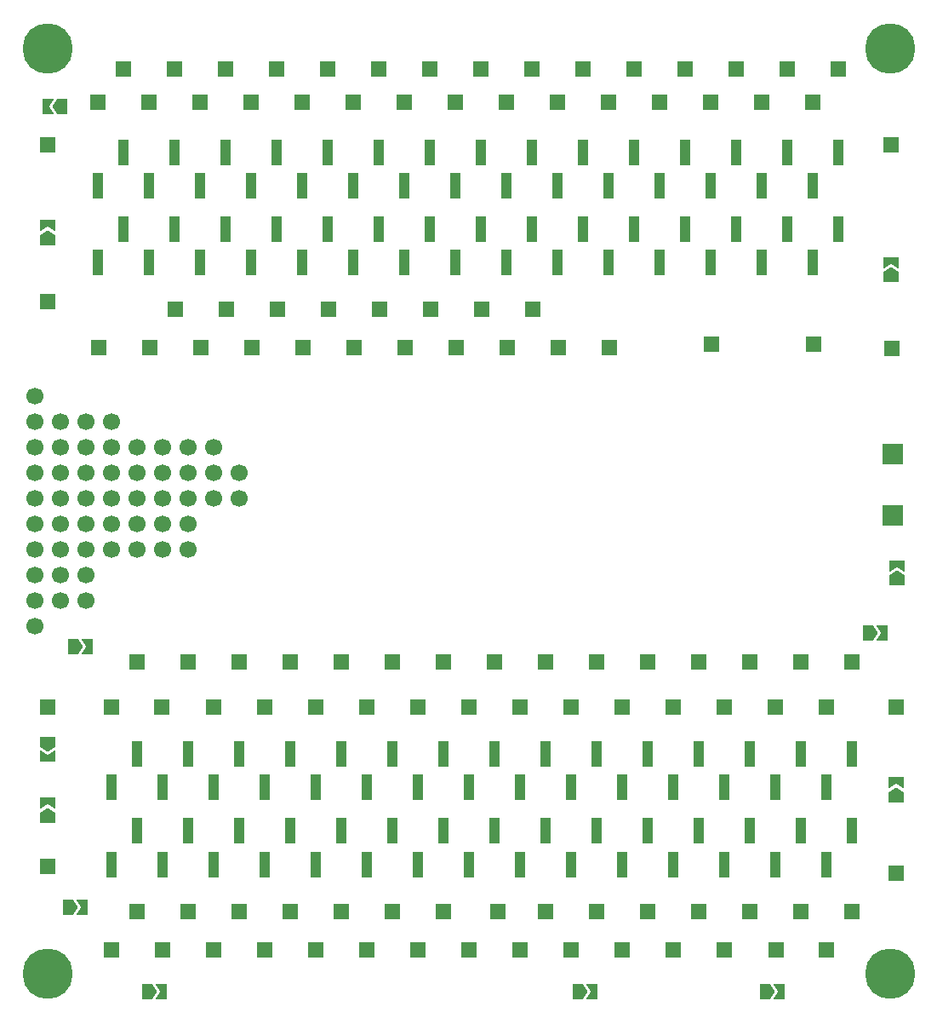
<source format=gbr>
%TF.GenerationSoftware,KiCad,Pcbnew,8.0.0*%
%TF.CreationDate,2024-03-15T19:44:43+09:00*%
%TF.ProjectId,ds_test_board3,64735f74-6573-4745-9f62-6f617264332e,rev?*%
%TF.SameCoordinates,Original*%
%TF.FileFunction,Soldermask,Top*%
%TF.FilePolarity,Negative*%
%FSLAX46Y46*%
G04 Gerber Fmt 4.6, Leading zero omitted, Abs format (unit mm)*
G04 Created by KiCad (PCBNEW 8.0.0) date 2024-03-15 19:44:43*
%MOMM*%
%LPD*%
G01*
G04 APERTURE LIST*
G04 Aperture macros list*
%AMFreePoly0*
4,1,6,1.000000,0.000000,0.500000,-0.750000,-0.500000,-0.750000,-0.500000,0.750000,0.500000,0.750000,1.000000,0.000000,1.000000,0.000000,$1*%
%AMFreePoly1*
4,1,6,0.500000,-0.750000,-0.650000,-0.750000,-0.150000,0.000000,-0.650000,0.750000,0.500000,0.750000,0.500000,-0.750000,0.500000,-0.750000,$1*%
G04 Aperture macros list end*
%ADD10R,1.500000X1.500000*%
%ADD11C,1.700000*%
%ADD12FreePoly0,0.000000*%
%ADD13FreePoly1,0.000000*%
%ADD14C,2.900000*%
%ADD15C,5.000000*%
%ADD16FreePoly0,90.000000*%
%ADD17FreePoly1,90.000000*%
%ADD18R,2.000000X2.000000*%
%ADD19R,1.000000X2.510000*%
%ADD20FreePoly0,270.000000*%
%ADD21FreePoly1,270.000000*%
%ADD22FreePoly0,180.000000*%
%ADD23FreePoly1,180.000000*%
G04 APERTURE END LIST*
D10*
%TO.C,TP66*%
X210185000Y-142875000D03*
%TD*%
D11*
%TO.C,REF\u002A\u002A*%
X137160000Y-105664000D03*
%TD*%
D10*
%TO.C,TP114*%
X147320000Y-126365000D03*
%TD*%
%TO.C,TP92*%
X177800000Y-126365000D03*
%TD*%
%TO.C,TP79*%
X190500000Y-146685000D03*
%TD*%
%TO.C,TP49*%
X158750000Y-86868000D03*
%TD*%
%TO.C,TP127*%
X125730000Y-126365000D03*
%TD*%
%TO.C,TP94*%
X175260000Y-121920000D03*
%TD*%
%TO.C,TP111*%
X149860000Y-146685000D03*
%TD*%
%TO.C,TP53*%
X148590000Y-86868000D03*
%TD*%
%TO.C,TP21*%
X153632000Y-62992000D03*
%TD*%
D11*
%TO.C,REF\u002A\u002A*%
X127000000Y-110744000D03*
%TD*%
D10*
%TO.C,TP122*%
X137109200Y-126365000D03*
%TD*%
%TO.C,TP19*%
X158712000Y-62992000D03*
%TD*%
%TO.C,TP69*%
X203200000Y-150495000D03*
%TD*%
D12*
%TO.C,REF\u002A\u002A*%
X127762000Y-146304000D03*
D13*
X129212000Y-146304000D03*
%TD*%
D10*
%TO.C,TP73*%
X198247000Y-150495000D03*
%TD*%
D14*
%TO.C,REF\u002A\u002A*%
X125730000Y-60960000D03*
D15*
X125730000Y-60960000D03*
%TD*%
D10*
%TO.C,TP117*%
X142240000Y-150495000D03*
%TD*%
D11*
%TO.C,REF\u002A\u002A*%
X144780000Y-105664000D03*
%TD*%
%TO.C,REF\u002A\u002A*%
X132080000Y-110744000D03*
%TD*%
%TO.C,REF\u002A\u002A*%
X129540000Y-98044000D03*
%TD*%
D10*
%TO.C,TP20*%
X156159200Y-66268600D03*
%TD*%
%TO.C,TP42*%
X176530000Y-90678000D03*
%TD*%
D11*
%TO.C,REF\u002A\u002A*%
X129540000Y-113284000D03*
%TD*%
D10*
%TO.C,TP120*%
X139700000Y-121920000D03*
%TD*%
D16*
%TO.C,REF\u002A\u002A*%
X210210400Y-113768800D03*
D17*
X210210400Y-112318800D03*
%TD*%
D10*
%TO.C,TP81*%
X187960000Y-150495000D03*
%TD*%
%TO.C,TP65*%
X210185000Y-126365000D03*
%TD*%
%TO.C,TP106*%
X157480000Y-126365000D03*
%TD*%
%TO.C,TP74*%
X198120000Y-126365000D03*
%TD*%
%TO.C,TP17*%
X163792000Y-62992000D03*
%TD*%
%TO.C,TP93*%
X172720000Y-150495000D03*
%TD*%
D11*
%TO.C,REF\u002A\u002A*%
X139700000Y-100584000D03*
%TD*%
%TO.C,REF\u002A\u002A*%
X132080000Y-103124000D03*
%TD*%
%TO.C,REF\u002A\u002A*%
X124460000Y-113284000D03*
%TD*%
D10*
%TO.C,TP64*%
X209702400Y-90703400D03*
%TD*%
%TO.C,TP14*%
X171399200Y-66268600D03*
%TD*%
%TO.C,TP83*%
X185420000Y-146685000D03*
%TD*%
%TO.C,TP6*%
X191719200Y-66268600D03*
%TD*%
%TO.C,TP100*%
X165100000Y-121920000D03*
%TD*%
%TO.C,TP12*%
X176479200Y-66268600D03*
%TD*%
%TO.C,TP58*%
X135890000Y-90678000D03*
%TD*%
%TO.C,TP18*%
X161239200Y-66268600D03*
%TD*%
%TO.C,TP116*%
X144780000Y-121920000D03*
%TD*%
D11*
%TO.C,REF\u002A\u002A*%
X127000000Y-108204000D03*
%TD*%
%TO.C,REF\u002A\u002A*%
X124460000Y-110744000D03*
%TD*%
D10*
%TO.C,TP48*%
X161290000Y-90678000D03*
%TD*%
%TO.C,TP86*%
X182880000Y-126365000D03*
%TD*%
D11*
%TO.C,REF\u002A\u002A*%
X124460000Y-100584000D03*
%TD*%
D10*
%TO.C,TP1*%
X204432000Y-62992000D03*
%TD*%
%TO.C,TP4*%
X196799200Y-66268600D03*
%TD*%
%TO.C,TP40*%
X181610000Y-90678000D03*
%TD*%
D12*
%TO.C,REF\u002A\u002A*%
X197141000Y-154686000D03*
D13*
X198591000Y-154686000D03*
%TD*%
D10*
%TO.C,TP67*%
X205740000Y-146685000D03*
%TD*%
D18*
%TO.C,REF\u002A\u002A*%
X209804000Y-101219000D03*
%TD*%
D10*
%TO.C,TP80*%
X190500000Y-121920000D03*
%TD*%
%TO.C,TP51*%
X153670000Y-86868000D03*
%TD*%
D11*
%TO.C,REF\u002A\u002A*%
X124460000Y-115824000D03*
%TD*%
D10*
%TO.C,TP23*%
X148552000Y-62992000D03*
%TD*%
D11*
%TO.C,REF\u002A\u002A*%
X132080000Y-100584000D03*
%TD*%
D10*
%TO.C,TP5*%
X194272000Y-62992000D03*
%TD*%
%TO.C,TP102*%
X162560000Y-126365000D03*
%TD*%
D14*
%TO.C,REF\u002A\u002A*%
X125730000Y-152908000D03*
D15*
X125730000Y-152908000D03*
%TD*%
D11*
%TO.C,REF\u002A\u002A*%
X134620000Y-100584000D03*
%TD*%
D10*
%TO.C,TP84*%
X185420000Y-121920000D03*
%TD*%
%TO.C,TP46*%
X166370000Y-90678000D03*
%TD*%
D19*
%TO.C,J5*%
X132080000Y-134366000D03*
X134620000Y-131056000D03*
X137160000Y-134366000D03*
X139700000Y-131056000D03*
X142240000Y-134366000D03*
X144780000Y-131056000D03*
X147320000Y-134366000D03*
X149860000Y-131056000D03*
X152400000Y-134366000D03*
X154940000Y-131056000D03*
X157480000Y-134366000D03*
X160020000Y-131056000D03*
X162560000Y-134366000D03*
X165100000Y-131056000D03*
X167640000Y-134366000D03*
X170180000Y-131056000D03*
X172720000Y-134366000D03*
X175260000Y-131056000D03*
X177800000Y-134366000D03*
X180340000Y-131056000D03*
X182880000Y-134366000D03*
X185420000Y-131056000D03*
X187960000Y-134366000D03*
X190500000Y-131056000D03*
X193040000Y-134366000D03*
X195580000Y-131056000D03*
X198120000Y-134366000D03*
X200660000Y-131056000D03*
X203200000Y-134366000D03*
X205740000Y-131056000D03*
%TD*%
D11*
%TO.C,REF\u002A\u002A*%
X124460000Y-95504000D03*
%TD*%
%TO.C,REF\u002A\u002A*%
X127000000Y-115824000D03*
%TD*%
D10*
%TO.C,TP16*%
X166319200Y-66268600D03*
%TD*%
D11*
%TO.C,REF\u002A\u002A*%
X129540000Y-108204000D03*
%TD*%
D10*
%TO.C,TP95*%
X167640000Y-150495000D03*
%TD*%
D11*
%TO.C,REF\u002A\u002A*%
X139700000Y-108204000D03*
%TD*%
%TO.C,REF\u002A\u002A*%
X137160000Y-103124000D03*
%TD*%
D10*
%TO.C,TP85*%
X182880000Y-150495000D03*
%TD*%
%TO.C,TP104*%
X160020000Y-121920000D03*
%TD*%
%TO.C,TP7*%
X189192000Y-62992000D03*
%TD*%
%TO.C,TP91*%
X175260000Y-146685000D03*
%TD*%
%TO.C,TP2*%
X201879200Y-66268600D03*
%TD*%
%TO.C,TP93*%
X170561000Y-146685000D03*
%TD*%
D14*
%TO.C,REF\u002A\u002A*%
X209550000Y-60960000D03*
D15*
X209550000Y-60960000D03*
%TD*%
D10*
%TO.C,TP125*%
X132080000Y-150495000D03*
%TD*%
D14*
%TO.C,REF\u002A\u002A*%
X209550000Y-152908000D03*
D15*
X209550000Y-152908000D03*
%TD*%
D10*
%TO.C,TP98*%
X167640000Y-126365000D03*
%TD*%
%TO.C,TP11*%
X179032000Y-62992000D03*
%TD*%
D11*
%TO.C,REF\u002A\u002A*%
X124460000Y-105664000D03*
%TD*%
D10*
%TO.C,TP28*%
X135839200Y-66268600D03*
%TD*%
%TO.C,TP15*%
X168872000Y-62992000D03*
%TD*%
%TO.C,TP118*%
X142240000Y-126365000D03*
%TD*%
D18*
%TO.C,REF\u002A\u002A*%
X209804000Y-107315000D03*
%TD*%
D11*
%TO.C,REF\u002A\u002A*%
X134620000Y-110744000D03*
%TD*%
D10*
%TO.C,TP121*%
X137160000Y-150495000D03*
%TD*%
%TO.C,TP70*%
X203200000Y-126365000D03*
%TD*%
D11*
%TO.C,REF\u002A\u002A*%
X127000000Y-98044000D03*
%TD*%
D16*
%TO.C,REF\u002A\u002A*%
X125730000Y-79936000D03*
D17*
X125730000Y-78486000D03*
%TD*%
D10*
%TO.C,TP52*%
X151130000Y-90678000D03*
%TD*%
%TO.C,TP96*%
X170180000Y-121920000D03*
%TD*%
D11*
%TO.C,REF\u002A\u002A*%
X144780000Y-103124000D03*
%TD*%
D10*
%TO.C,TP101*%
X162560000Y-150495000D03*
%TD*%
%TO.C,TP35*%
X201930000Y-90297000D03*
%TD*%
%TO.C,TP9*%
X184112000Y-62992000D03*
%TD*%
D11*
%TO.C,REF\u002A\u002A*%
X127000000Y-103124000D03*
%TD*%
D10*
%TO.C,TP8*%
X186639200Y-66268600D03*
%TD*%
%TO.C,TP112*%
X149860000Y-121920000D03*
%TD*%
%TO.C,TP107*%
X154940000Y-146685000D03*
%TD*%
D12*
%TO.C,REF\u002A\u002A*%
X135673000Y-154686000D03*
D13*
X137123000Y-154686000D03*
%TD*%
D11*
%TO.C,REF\u002A\u002A*%
X132080000Y-105664000D03*
%TD*%
%TO.C,REF\u002A\u002A*%
X142240000Y-103124000D03*
%TD*%
D16*
%TO.C,REF\u002A\u002A*%
X210185000Y-135308000D03*
D17*
X210185000Y-133858000D03*
%TD*%
D10*
%TO.C,TP124*%
X134620000Y-121920000D03*
%TD*%
%TO.C,TP22*%
X151079200Y-66268600D03*
%TD*%
%TO.C,TP76*%
X195580000Y-121920000D03*
%TD*%
D11*
%TO.C,REF\u002A\u002A*%
X124460000Y-103124000D03*
%TD*%
%TO.C,REF\u002A\u002A*%
X129540000Y-105664000D03*
%TD*%
D10*
%TO.C,TP88*%
X180340000Y-121920000D03*
%TD*%
D11*
%TO.C,REF\u002A\u002A*%
X129540000Y-103124000D03*
%TD*%
%TO.C,REF\u002A\u002A*%
X137160000Y-108204000D03*
%TD*%
%TO.C,REF\u002A\u002A*%
X137160000Y-100584000D03*
%TD*%
D10*
%TO.C,TP29*%
X133312000Y-62992000D03*
%TD*%
%TO.C,TP50*%
X156210000Y-90678000D03*
%TD*%
D16*
%TO.C,REF\u002A\u002A*%
X125730000Y-137340000D03*
D17*
X125730000Y-135890000D03*
%TD*%
D11*
%TO.C,REF\u002A\u002A*%
X132080000Y-108204000D03*
%TD*%
D10*
%TO.C,TP10*%
X181559200Y-66268600D03*
%TD*%
D11*
%TO.C,REF\u002A\u002A*%
X139700000Y-103124000D03*
%TD*%
D10*
%TO.C,TP105*%
X157480000Y-150495000D03*
%TD*%
D11*
%TO.C,REF\u002A\u002A*%
X129540000Y-110744000D03*
%TD*%
D19*
%TO.C,J4*%
X204432000Y-71239000D03*
X201892000Y-74549000D03*
X199352000Y-71239000D03*
X196812000Y-74549000D03*
X194272000Y-71239000D03*
X191732000Y-74549000D03*
X189192000Y-71239000D03*
X186652000Y-74549000D03*
X184112000Y-71239000D03*
X181572000Y-74549000D03*
X179032000Y-71239000D03*
X176492000Y-74549000D03*
X173952000Y-71239000D03*
X171412000Y-74549000D03*
X168872000Y-71239000D03*
X166332000Y-74549000D03*
X163792000Y-71239000D03*
X161252000Y-74549000D03*
X158712000Y-71239000D03*
X156172000Y-74549000D03*
X153632000Y-71239000D03*
X151092000Y-74549000D03*
X148552000Y-71239000D03*
X146012000Y-74549000D03*
X143472000Y-71239000D03*
X140932000Y-74549000D03*
X138392000Y-71239000D03*
X135852000Y-74549000D03*
X133312000Y-71239000D03*
X130772000Y-74549000D03*
%TD*%
D10*
%TO.C,TP72*%
X200660000Y-121920000D03*
%TD*%
D12*
%TO.C,REF\u002A\u002A*%
X128270000Y-120396000D03*
D13*
X129720000Y-120396000D03*
%TD*%
D11*
%TO.C,REF\u002A\u002A*%
X129540000Y-115824000D03*
%TD*%
D10*
%TO.C,TP30*%
X130759200Y-66268600D03*
%TD*%
D20*
%TO.C,REF\u002A\u002A*%
X125730000Y-129831000D03*
D21*
X125730000Y-131281000D03*
%TD*%
D10*
%TO.C,TP45*%
X168910000Y-86868000D03*
%TD*%
D11*
%TO.C,REF\u002A\u002A*%
X127000000Y-100584000D03*
%TD*%
%TO.C,REF\u002A\u002A*%
X137160000Y-110744000D03*
%TD*%
D10*
%TO.C,TP115*%
X144780000Y-146685000D03*
%TD*%
%TO.C,TP60*%
X130810000Y-90678000D03*
%TD*%
%TO.C,TP27*%
X138392000Y-62992000D03*
%TD*%
D19*
%TO.C,J6*%
X132080000Y-141994000D03*
X134620000Y-138684000D03*
X137160000Y-141994000D03*
X139700000Y-138684000D03*
X142240000Y-141994000D03*
X144780000Y-138684000D03*
X147320000Y-141994000D03*
X149860000Y-138684000D03*
X152400000Y-141994000D03*
X154940000Y-138684000D03*
X157480000Y-141994000D03*
X160020000Y-138684000D03*
X162560000Y-141994000D03*
X165100000Y-138684000D03*
X167640000Y-141994000D03*
X170180000Y-138684000D03*
X172720000Y-141994000D03*
X175260000Y-138684000D03*
X177800000Y-141994000D03*
X180340000Y-138684000D03*
X182880000Y-141994000D03*
X185420000Y-138684000D03*
X187960000Y-141994000D03*
X190500000Y-138684000D03*
X193040000Y-141994000D03*
X195580000Y-138684000D03*
X198120000Y-141994000D03*
X200660000Y-138684000D03*
X203200000Y-141994000D03*
X205740000Y-138684000D03*
%TD*%
D10*
%TO.C,TP87*%
X180340000Y-146685000D03*
%TD*%
D11*
%TO.C,REF\u002A\u002A*%
X134620000Y-105664000D03*
%TD*%
D10*
%TO.C,TP113*%
X147320000Y-150495000D03*
%TD*%
%TO.C,TP119*%
X139700000Y-146685000D03*
%TD*%
D11*
%TO.C,REF\u002A\u002A*%
X134620000Y-103124000D03*
%TD*%
D12*
%TO.C,REF\u002A\u002A*%
X207338000Y-118999000D03*
D13*
X208788000Y-118999000D03*
%TD*%
D10*
%TO.C,TP57*%
X138430000Y-86868000D03*
%TD*%
%TO.C,TP75*%
X195580000Y-146685000D03*
%TD*%
%TO.C,TP89*%
X177800000Y-150495000D03*
%TD*%
%TO.C,TP78*%
X193040000Y-126365000D03*
%TD*%
D11*
%TO.C,REF\u002A\u002A*%
X127000000Y-105664000D03*
%TD*%
%TO.C,REF\u002A\u002A*%
X142240000Y-100584000D03*
%TD*%
D19*
%TO.C,J3*%
X204419200Y-78858600D03*
X201879200Y-82168600D03*
X199339200Y-78858600D03*
X196799200Y-82168600D03*
X194259200Y-78858600D03*
X191719200Y-82168600D03*
X189179200Y-78858600D03*
X186639200Y-82168600D03*
X184099200Y-78858600D03*
X181559200Y-82168600D03*
X179019200Y-78858600D03*
X176479200Y-82168600D03*
X173939200Y-78858600D03*
X171399200Y-82168600D03*
X168859200Y-78858600D03*
X166319200Y-82168600D03*
X163779200Y-78858600D03*
X161239200Y-82168600D03*
X158699200Y-78858600D03*
X156159200Y-82168600D03*
X153619200Y-78858600D03*
X151079200Y-82168600D03*
X148539200Y-78858600D03*
X145999200Y-82168600D03*
X143459200Y-78858600D03*
X140919200Y-82168600D03*
X138379200Y-78858600D03*
X135839200Y-82168600D03*
X133299200Y-78858600D03*
X130759200Y-82168600D03*
%TD*%
D11*
%TO.C,REF\u002A\u002A*%
X139700000Y-105664000D03*
%TD*%
D10*
%TO.C,TP109*%
X152400000Y-150495000D03*
%TD*%
D11*
%TO.C,REF\u002A\u002A*%
X132080000Y-98044000D03*
%TD*%
D10*
%TO.C,TP54*%
X146050000Y-90678000D03*
%TD*%
%TO.C,TP123*%
X134620000Y-146685000D03*
%TD*%
%TO.C,TP63*%
X209677000Y-70485000D03*
%TD*%
%TO.C,TP103*%
X160020000Y-146685000D03*
%TD*%
%TO.C,TP43*%
X173990000Y-86868000D03*
%TD*%
%TO.C,TP95*%
X165100000Y-146710400D03*
%TD*%
D22*
%TO.C,REF\u002A\u002A*%
X127217000Y-66675000D03*
D23*
X125767000Y-66675000D03*
%TD*%
D10*
%TO.C,TP128*%
X125730000Y-142240000D03*
%TD*%
%TO.C,TP68*%
X205740000Y-121920000D03*
%TD*%
%TO.C,TP47*%
X163830000Y-86868000D03*
%TD*%
%TO.C,TP82*%
X187960000Y-126365000D03*
%TD*%
D11*
%TO.C,REF\u002A\u002A*%
X134620000Y-108204000D03*
%TD*%
D10*
%TO.C,TP108*%
X154940000Y-121920000D03*
%TD*%
D12*
%TO.C,REF\u002A\u002A*%
X178511200Y-154635200D03*
D13*
X179961200Y-154635200D03*
%TD*%
D11*
%TO.C,REF\u002A\u002A*%
X124460000Y-118364000D03*
%TD*%
%TO.C,REF\u002A\u002A*%
X124460000Y-108204000D03*
%TD*%
D10*
%TO.C,TP77*%
X193040000Y-150495000D03*
%TD*%
%TO.C,TP37*%
X191770000Y-90297000D03*
%TD*%
%TO.C,TP25*%
X143472000Y-62992000D03*
%TD*%
%TO.C,TP126*%
X132080000Y-126365000D03*
%TD*%
D11*
%TO.C,REF\u002A\u002A*%
X127000000Y-113284000D03*
%TD*%
%TO.C,REF\u002A\u002A*%
X129540000Y-100584000D03*
%TD*%
D10*
%TO.C,TP24*%
X145999200Y-66268600D03*
%TD*%
%TO.C,TP26*%
X140919200Y-66268600D03*
%TD*%
D16*
%TO.C,REF\u002A\u002A*%
X209677000Y-83619000D03*
D17*
X209677000Y-82169000D03*
%TD*%
D10*
%TO.C,TP55*%
X143510000Y-86868000D03*
%TD*%
%TO.C,TP56*%
X140970000Y-90678000D03*
%TD*%
%TO.C,TP94*%
X172720000Y-126365000D03*
%TD*%
D11*
%TO.C,REF\u002A\u002A*%
X142240000Y-105664000D03*
%TD*%
D10*
%TO.C,TP110*%
X152400000Y-126365000D03*
%TD*%
%TO.C,TP3*%
X199352000Y-62992000D03*
%TD*%
%TO.C,TP44*%
X171450000Y-90678000D03*
%TD*%
%TO.C,TP62*%
X125730000Y-86106000D03*
%TD*%
%TO.C,TP61*%
X125730000Y-70485000D03*
%TD*%
%TO.C,TP13*%
X173952000Y-62992000D03*
%TD*%
D11*
%TO.C,REF\u002A\u002A*%
X139700000Y-110744000D03*
%TD*%
%TO.C,REF\u002A\u002A*%
X124460000Y-98044000D03*
%TD*%
D10*
%TO.C,TP71*%
X200660000Y-146685000D03*
%TD*%
M02*

</source>
